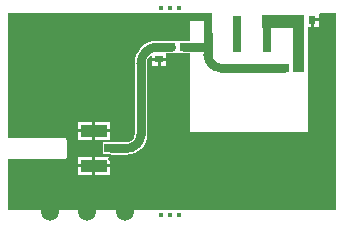
<source format=gtl>
G04*
G04 #@! TF.GenerationSoftware,Altium Limited,Altium Designer,19.1.7 (138)*
G04*
G04 Layer_Physical_Order=1*
G04 Layer_Color=255*
%FSAX25Y25*%
%MOIN*%
G70*
G01*
G75*
%ADD14R,0.02362X0.02953*%
%ADD15R,0.02362X0.02520*%
%ADD16R,0.02520X0.02362*%
%ADD17R,0.02244X0.03071*%
%ADD18R,0.02244X0.02953*%
%ADD19R,0.02953X0.12205*%
%ADD20R,0.08661X0.04134*%
%ADD21R,0.07874X0.03071*%
%ADD33C,0.02953*%
%ADD34C,0.03071*%
%ADD35C,0.01575*%
%ADD36C,0.05906*%
%ADD37C,0.01968*%
G36*
X0494272Y0318327D02*
X0490571D01*
X0490571Y0332876D01*
X0480256D01*
Y0337106D01*
X0494272D01*
X0494272Y0318327D01*
D02*
G37*
G36*
X0446556Y0338006D02*
X0446614Y0337995D01*
X0446673Y0338006D01*
X0449469D01*
X0449528Y0337995D01*
X0449586Y0338006D01*
X0452422D01*
X0452480Y0337995D01*
X0452539Y0338006D01*
X0455112D01*
D01*
X0463524D01*
Y0335113D01*
X0455984D01*
Y0328570D01*
X0454252D01*
X0454057Y0328532D01*
X0452280D01*
X0452255Y0328532D01*
X0451780Y0328590D01*
X0451761Y0328590D01*
X0449925D01*
X0449724Y0328630D01*
X0445276D01*
X0445242Y0328624D01*
X0443796Y0328481D01*
X0442373Y0328050D01*
X0441062Y0327349D01*
X0439913Y0326406D01*
X0438970Y0325257D01*
X0438269Y0323945D01*
X0437838Y0322523D01*
X0437695Y0321077D01*
X0437688Y0321043D01*
Y0297421D01*
X0437696Y0297384D01*
X0437611Y0296743D01*
X0437350Y0296110D01*
X0436933Y0295567D01*
X0436390Y0295150D01*
X0435757Y0294889D01*
X0435116Y0294804D01*
X0435079Y0294812D01*
X0429874D01*
X0429673Y0294772D01*
X0427012D01*
Y0290701D01*
X0429673D01*
X0429874Y0290661D01*
X0435079D01*
X0435152Y0290675D01*
X0435409Y0290701D01*
X0435886D01*
Y0290748D01*
X0436396Y0290798D01*
X0437663Y0291182D01*
X0438831Y0291806D01*
X0439854Y0292646D01*
X0440694Y0293670D01*
X0441318Y0294837D01*
X0441702Y0296104D01*
X0441824Y0297348D01*
X0441839Y0297421D01*
Y0321043D01*
X0441827Y0321102D01*
X0441937Y0321938D01*
X0442283Y0322771D01*
X0442832Y0323487D01*
X0443067Y0323667D01*
X0443567Y0323421D01*
Y0322921D01*
X0445827D01*
X0448087D01*
Y0324480D01*
X0449724D01*
X0449925Y0324520D01*
X0451761D01*
X0451780Y0324520D01*
X0452255Y0324579D01*
X0452280Y0324579D01*
X0454057D01*
X0454252Y0324540D01*
X0455984D01*
X0455984Y0298130D01*
X0495354D01*
X0495354Y0333272D01*
X0496350D01*
Y0335531D01*
X0496850D01*
Y0336032D01*
X0499031D01*
Y0337506D01*
X0499442Y0338006D01*
X0504719D01*
X0504719Y0272112D01*
X0452539Y0272112D01*
X0452480Y0272124D01*
X0452422Y0272112D01*
X0449586D01*
X0449528Y0272124D01*
X0449469Y0272112D01*
X0446634D01*
X0446575Y0272124D01*
X0446516Y0272112D01*
X0395517Y0272112D01*
X0395517Y0289266D01*
X0414291D01*
X0414640Y0289335D01*
X0414936Y0289533D01*
X0415133Y0289828D01*
X0415203Y0290177D01*
Y0295295D01*
X0415133Y0295644D01*
X0414936Y0295940D01*
X0414640Y0296137D01*
X0414291Y0296206D01*
X0395517D01*
Y0323268D01*
X0395517Y0323268D01*
X0395517Y0338006D01*
X0446556Y0338006D01*
D02*
G37*
%LPC*%
G36*
X0499031Y0335032D02*
X0497350D01*
Y0333272D01*
X0499031D01*
Y0335032D01*
D02*
G37*
G36*
X0448087Y0321921D02*
X0446327D01*
Y0320240D01*
X0448087D01*
Y0321921D01*
D02*
G37*
G36*
X0445327D02*
X0443567D01*
Y0320240D01*
X0445327D01*
Y0321921D01*
D02*
G37*
G36*
X0429299Y0301610D02*
X0424469D01*
Y0299043D01*
X0429299D01*
Y0301610D01*
D02*
G37*
G36*
X0423468D02*
X0418638D01*
Y0299043D01*
X0423468D01*
Y0301610D01*
D02*
G37*
G36*
X0429299Y0298043D02*
X0424469D01*
Y0295476D01*
X0429299D01*
Y0298043D01*
D02*
G37*
G36*
X0423468D02*
X0418638D01*
Y0295476D01*
X0423468D01*
Y0298043D01*
D02*
G37*
G36*
X0429299Y0289996D02*
X0424469D01*
Y0287429D01*
X0429299D01*
Y0289996D01*
D02*
G37*
G36*
X0423468D02*
X0418638D01*
Y0287429D01*
X0423468D01*
Y0289996D01*
D02*
G37*
G36*
X0429299Y0286429D02*
X0424469D01*
Y0283862D01*
X0429299D01*
Y0286429D01*
D02*
G37*
G36*
X0423468D02*
X0418638D01*
Y0283862D01*
X0423468D01*
Y0286429D01*
D02*
G37*
%LPD*%
D14*
X0487992Y0319587D02*
D03*
D15*
X0491772D02*
D03*
X0496850Y0335531D02*
D03*
X0493071D02*
D03*
D16*
X0445827Y0326201D02*
D03*
Y0322421D02*
D03*
D17*
X0450157Y0326555D02*
D03*
D18*
X0453858D02*
D03*
D19*
X0462047Y0331004D02*
D03*
X0471890D02*
D03*
X0481732D02*
D03*
D20*
X0423969Y0286929D02*
D03*
Y0298543D02*
D03*
D21*
X0431449Y0292736D02*
D03*
D33*
X0462047Y0323957D02*
G03*
X0466417Y0319587I0004370J0000000D01*
G01*
X0487559D01*
X0454252Y0326555D02*
X0461882D01*
X0462047Y0323957D02*
Y0331004D01*
D34*
X0445276Y0326555D02*
G03*
X0439764Y0321043I0000000J-0005512D01*
G01*
X0435079Y0292736D02*
G03*
X0439764Y0297421I0000000J0004685D01*
G01*
X0445276Y0326555D02*
X0449724D01*
X0439764Y0297421D02*
Y0321043D01*
X0429874Y0292736D02*
X0435079D01*
D35*
X0446614Y0339508D02*
D03*
X0449528Y0339508D02*
D03*
X0452480D02*
D03*
X0452480Y0270610D02*
D03*
X0449528D02*
D03*
X0446575D02*
D03*
D36*
X0409331Y0271673D02*
D03*
X0421890Y0271634D02*
D03*
X0434449Y0271595D02*
D03*
D37*
X0499016Y0324803D02*
D03*
Y0312992D02*
D03*
Y0301181D02*
D03*
X0496063Y0295275D02*
D03*
X0499016Y0289370D02*
D03*
X0496063Y0283465D02*
D03*
X0490157Y0295275D02*
D03*
X0493110Y0289370D02*
D03*
X0490157Y0283465D02*
D03*
X0484252Y0295275D02*
D03*
X0487205Y0289370D02*
D03*
X0484252Y0283465D02*
D03*
X0478346Y0295275D02*
D03*
X0481299Y0289370D02*
D03*
X0478346Y0283465D02*
D03*
X0472441Y0295275D02*
D03*
X0475393Y0289370D02*
D03*
X0472441Y0283465D02*
D03*
X0466535Y0295275D02*
D03*
X0469488Y0289370D02*
D03*
X0466535Y0283465D02*
D03*
X0460630Y0295275D02*
D03*
X0463583Y0289370D02*
D03*
X0460630Y0283465D02*
D03*
X0454724Y0295275D02*
D03*
X0457677Y0289370D02*
D03*
X0454724Y0283465D02*
D03*
X0448819Y0318898D02*
D03*
X0451771Y0312992D02*
D03*
X0448819Y0307086D02*
D03*
X0451771Y0301181D02*
D03*
X0448819Y0295275D02*
D03*
X0451771Y0289370D02*
D03*
X0448819Y0283465D02*
D03*
X0445866Y0312992D02*
D03*
Y0301181D02*
D03*
Y0289370D02*
D03*
X0442913Y0283465D02*
D03*
X0437008Y0330709D02*
D03*
Y0283465D02*
D03*
X0431102Y0330709D02*
D03*
X0434055Y0324803D02*
D03*
X0431102Y0318898D02*
D03*
Y0307086D02*
D03*
Y0283465D02*
D03*
X0425197Y0330709D02*
D03*
X0428150Y0324803D02*
D03*
X0425197Y0318898D02*
D03*
X0428150Y0312992D02*
D03*
X0425197Y0307086D02*
D03*
X0419291Y0330709D02*
D03*
X0422244Y0324803D02*
D03*
X0419291Y0318898D02*
D03*
X0422244Y0312992D02*
D03*
X0419291Y0307086D02*
D03*
X0413386Y0330709D02*
D03*
X0416338Y0324803D02*
D03*
X0413386Y0318898D02*
D03*
X0416338Y0312992D02*
D03*
X0413386Y0307086D02*
D03*
X0416338Y0301181D02*
D03*
Y0289370D02*
D03*
X0413386Y0283465D02*
D03*
X0407480Y0330709D02*
D03*
X0410433Y0324803D02*
D03*
X0407480Y0318898D02*
D03*
X0410433Y0312992D02*
D03*
X0407480Y0307086D02*
D03*
X0410433Y0301181D02*
D03*
X0407480Y0283465D02*
D03*
X0401575Y0330709D02*
D03*
X0404527Y0324803D02*
D03*
X0401575Y0318898D02*
D03*
X0404527Y0312992D02*
D03*
X0401575Y0307086D02*
D03*
X0404527Y0301181D02*
D03*
X0401575Y0283465D02*
D03*
X0441344Y0329227D02*
D03*
X0438912Y0327525D02*
D03*
X0437171Y0325121D02*
D03*
X0436284Y0322288D02*
D03*
X0436175Y0319322D02*
D03*
Y0316353D02*
D03*
Y0313385D02*
D03*
Y0310416D02*
D03*
Y0307448D02*
D03*
Y0304479D02*
D03*
Y0301511D02*
D03*
Y0298542D02*
D03*
X0434202Y0296325D02*
D03*
X0431233D02*
D03*
X0429773Y0289168D02*
D03*
X0432741Y0289148D02*
D03*
X0435709Y0289200D02*
D03*
X0438582Y0289947D02*
D03*
X0441001Y0291667D02*
D03*
X0442655Y0294132D02*
D03*
X0443323Y0297025D02*
D03*
X0443352Y0299993D02*
D03*
Y0302961D02*
D03*
Y0305930D02*
D03*
Y0308898D02*
D03*
Y0311867D02*
D03*
Y0314836D02*
D03*
Y0317804D02*
D03*
X0451289Y0322998D02*
D03*
X0451233Y0330114D02*
D03*
X0448264Y0330144D02*
D03*
X0445296D02*
D03*
X0502047Y0335492D02*
D03*
M02*

</source>
